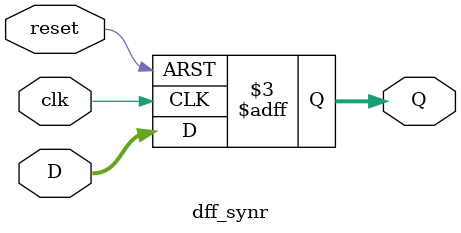
<source format=sv>
module dff_synr (
  input logic [7:0]D,
  input logic clk,
  input logic reset,
  output logic [7:0]Q
);
  always_ff@(posedge clk or posedge reset)
  if (reset==0) Q<=D;
  else Q<=0;
  
endmodule

</source>
